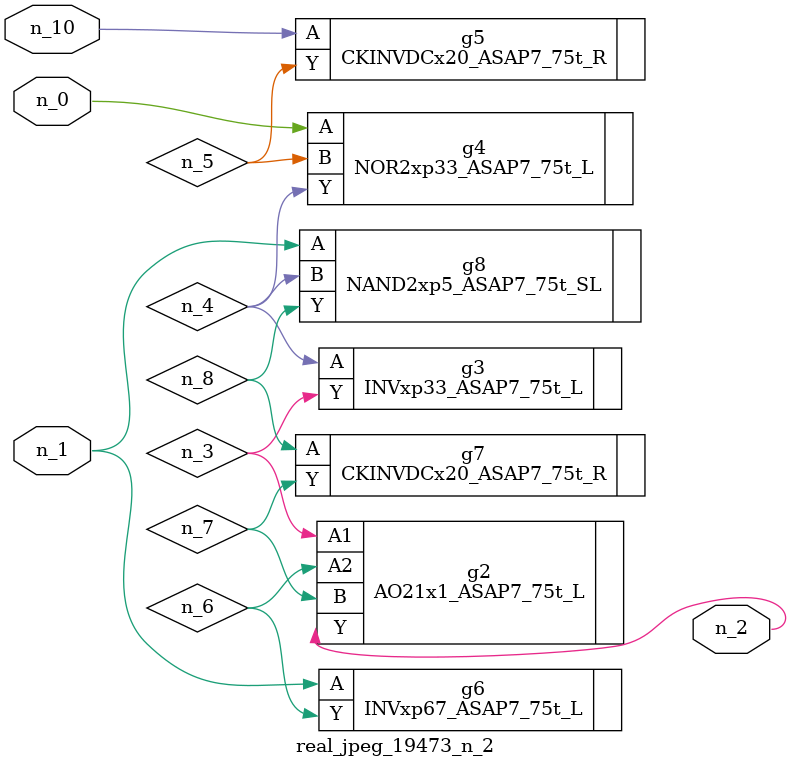
<source format=v>
module real_jpeg_19473_n_2 (n_1, n_10, n_0, n_2);

input n_1;
input n_10;
input n_0;

output n_2;

wire n_5;
wire n_4;
wire n_8;
wire n_6;
wire n_7;
wire n_3;

NOR2xp33_ASAP7_75t_L g4 ( 
.A(n_0),
.B(n_5),
.Y(n_4)
);

INVxp67_ASAP7_75t_L g6 ( 
.A(n_1),
.Y(n_6)
);

NAND2xp5_ASAP7_75t_SL g8 ( 
.A(n_1),
.B(n_4),
.Y(n_8)
);

AO21x1_ASAP7_75t_L g2 ( 
.A1(n_3),
.A2(n_6),
.B(n_7),
.Y(n_2)
);

INVxp33_ASAP7_75t_L g3 ( 
.A(n_4),
.Y(n_3)
);

CKINVDCx20_ASAP7_75t_R g7 ( 
.A(n_8),
.Y(n_7)
);

CKINVDCx20_ASAP7_75t_R g5 ( 
.A(n_10),
.Y(n_5)
);


endmodule
</source>
